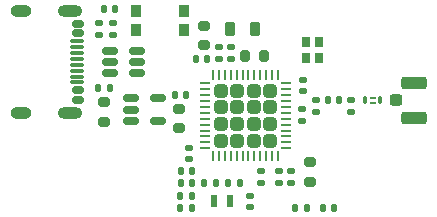
<source format=gbr>
%TF.GenerationSoftware,KiCad,Pcbnew,8.0.1*%
%TF.CreationDate,2024-04-24T20:58:42-04:00*%
%TF.ProjectId,Bluephil,426c7565-7068-4696-9c2e-6b696361645f,rev?*%
%TF.SameCoordinates,PX95ba140PY6dac2c0*%
%TF.FileFunction,Paste,Top*%
%TF.FilePolarity,Positive*%
%FSLAX46Y46*%
G04 Gerber Fmt 4.6, Leading zero omitted, Abs format (unit mm)*
G04 Created by KiCad (PCBNEW 8.0.1) date 2024-04-24 20:58:42*
%MOMM*%
%LPD*%
G01*
G04 APERTURE LIST*
G04 Aperture macros list*
%AMRoundRect*
0 Rectangle with rounded corners*
0 $1 Rounding radius*
0 $2 $3 $4 $5 $6 $7 $8 $9 X,Y pos of 4 corners*
0 Add a 4 corners polygon primitive as box body*
4,1,4,$2,$3,$4,$5,$6,$7,$8,$9,$2,$3,0*
0 Add four circle primitives for the rounded corners*
1,1,$1+$1,$2,$3*
1,1,$1+$1,$4,$5*
1,1,$1+$1,$6,$7*
1,1,$1+$1,$8,$9*
0 Add four rect primitives between the rounded corners*
20,1,$1+$1,$2,$3,$4,$5,0*
20,1,$1+$1,$4,$5,$6,$7,0*
20,1,$1+$1,$6,$7,$8,$9,0*
20,1,$1+$1,$8,$9,$2,$3,0*%
G04 Aperture macros list end*
%ADD10O,1.800000X1.000000*%
%ADD11O,2.100000X1.000000*%
%ADD12RoundRect,0.150000X-0.375000X0.150000X-0.375000X-0.150000X0.375000X-0.150000X0.375000X0.150000X0*%
%ADD13RoundRect,0.075000X-0.500000X0.075000X-0.500000X-0.075000X0.500000X-0.075000X0.500000X0.075000X0*%
%ADD14RoundRect,0.135000X0.185000X-0.135000X0.185000X0.135000X-0.185000X0.135000X-0.185000X-0.135000X0*%
%ADD15RoundRect,0.147500X-0.147500X-0.172500X0.147500X-0.172500X0.147500X0.172500X-0.147500X0.172500X0*%
%ADD16R,0.900000X1.000000*%
%ADD17R,0.800000X0.900000*%
%ADD18R,0.600000X1.100000*%
%ADD19RoundRect,0.250000X0.315000X-0.315000X0.315000X0.315000X-0.315000X0.315000X-0.315000X-0.315000X0*%
%ADD20RoundRect,0.062500X0.062500X-0.375000X0.062500X0.375000X-0.062500X0.375000X-0.062500X-0.375000X0*%
%ADD21RoundRect,0.062500X0.375000X-0.062500X0.375000X0.062500X-0.375000X0.062500X-0.375000X-0.062500X0*%
%ADD22RoundRect,0.150000X-0.512500X-0.150000X0.512500X-0.150000X0.512500X0.150000X-0.512500X0.150000X0*%
%ADD23RoundRect,0.135000X0.135000X0.185000X-0.135000X0.185000X-0.135000X-0.185000X0.135000X-0.185000X0*%
%ADD24RoundRect,0.135000X-0.135000X-0.185000X0.135000X-0.185000X0.135000X0.185000X-0.135000X0.185000X0*%
%ADD25RoundRect,0.218750X-0.218750X-0.381250X0.218750X-0.381250X0.218750X0.381250X-0.218750X0.381250X0*%
%ADD26RoundRect,0.147500X0.172500X-0.147500X0.172500X0.147500X-0.172500X0.147500X-0.172500X-0.147500X0*%
%ADD27RoundRect,0.250000X-0.275000X-0.250000X0.275000X-0.250000X0.275000X0.250000X-0.275000X0.250000X0*%
%ADD28RoundRect,0.250000X-0.850000X-0.275000X0.850000X-0.275000X0.850000X0.275000X-0.850000X0.275000X0*%
%ADD29RoundRect,0.068750X-0.068750X-0.281250X0.068750X-0.281250X0.068750X0.281250X-0.068750X0.281250X0*%
%ADD30RoundRect,0.061250X-0.163750X-0.061250X0.163750X-0.061250X0.163750X0.061250X-0.163750X0.061250X0*%
%ADD31RoundRect,0.140000X0.140000X0.170000X-0.140000X0.170000X-0.140000X-0.170000X0.140000X-0.170000X0*%
%ADD32RoundRect,0.135000X-0.185000X0.135000X-0.185000X-0.135000X0.185000X-0.135000X0.185000X0.135000X0*%
%ADD33RoundRect,0.200000X-0.200000X-0.275000X0.200000X-0.275000X0.200000X0.275000X-0.200000X0.275000X0*%
%ADD34RoundRect,0.140000X-0.170000X0.140000X-0.170000X-0.140000X0.170000X-0.140000X0.170000X0.140000X0*%
%ADD35RoundRect,0.140000X0.170000X-0.140000X0.170000X0.140000X-0.170000X0.140000X-0.170000X-0.140000X0*%
%ADD36RoundRect,0.200000X0.275000X-0.200000X0.275000X0.200000X-0.275000X0.200000X-0.275000X-0.200000X0*%
%ADD37RoundRect,0.200000X-0.275000X0.200000X-0.275000X-0.200000X0.275000X-0.200000X0.275000X0.200000X0*%
G04 APERTURE END LIST*
D10*
%TO.C,J1*%
X2245000Y14688000D03*
D11*
X6425000Y14688000D03*
D10*
X2245000Y23328000D03*
D11*
X6425000Y23328000D03*
D12*
X7050000Y22208000D03*
X7050000Y21408000D03*
D13*
X7000000Y20758000D03*
X7000000Y19758000D03*
X7000000Y18258000D03*
X7000000Y17258000D03*
D12*
X7050000Y16608000D03*
X7050000Y15808000D03*
X7050000Y15808000D03*
X7050000Y16608000D03*
D13*
X7000000Y17758000D03*
X7000000Y18758000D03*
X7000000Y19258000D03*
X7000000Y20258000D03*
D12*
X7050000Y21408000D03*
X7050000Y22208000D03*
%TD*%
D14*
%TO.C,R3*%
X10000000Y21240000D03*
X10000000Y22260000D03*
%TD*%
D15*
%TO.C,D2*%
X9250000Y23500000D03*
X10220000Y23500000D03*
%TD*%
D16*
%TO.C,SW1*%
X11950000Y23300000D03*
X16050000Y23300000D03*
X11950000Y21700000D03*
X16050000Y21700000D03*
%TD*%
D17*
%TO.C,X2*%
X27500000Y19300000D03*
X27500000Y20700000D03*
X26400000Y20700000D03*
X26400000Y19300000D03*
%TD*%
D18*
%TO.C,X1*%
X19950000Y7245000D03*
X18550000Y7245000D03*
%TD*%
D19*
%TO.C,U2*%
X19150000Y12337500D03*
X20550000Y12337500D03*
X21950000Y12337500D03*
X23350000Y12337500D03*
X19150000Y13737500D03*
X20550000Y13737500D03*
X21950000Y13737500D03*
X23350000Y13737500D03*
X19150000Y15137500D03*
X20550000Y15137500D03*
X21950000Y15137500D03*
X23350000Y15137500D03*
X19150000Y16537500D03*
X20550000Y16537500D03*
X21950000Y16537500D03*
X23350000Y16537500D03*
D20*
X18500000Y11000000D03*
X19000000Y11000000D03*
X19500000Y11000000D03*
X20000000Y11000000D03*
X20500000Y11000000D03*
X21000000Y11000000D03*
X21500000Y11000000D03*
X22000000Y11000000D03*
X22500000Y11000000D03*
X23000000Y11000000D03*
X23500000Y11000000D03*
X24000000Y11000000D03*
D21*
X24687500Y11687500D03*
X24687500Y12187500D03*
X24687500Y12687500D03*
X24687500Y13187500D03*
X24687500Y13687500D03*
X24687500Y14187500D03*
X24687500Y14687500D03*
X24687500Y15187500D03*
X24687500Y15687500D03*
X24687500Y16187500D03*
X24687500Y16687500D03*
X24687500Y17187500D03*
D20*
X24000000Y17875000D03*
X23500000Y17875000D03*
X23000000Y17875000D03*
X22500000Y17875000D03*
X22000000Y17875000D03*
X21500000Y17875000D03*
X21000000Y17875000D03*
X20500000Y17875000D03*
X20000000Y17875000D03*
X19500000Y17875000D03*
X19000000Y17875000D03*
X18500000Y17875000D03*
D21*
X17812500Y17187500D03*
X17812500Y16687500D03*
X17812500Y16187500D03*
X17812500Y15687500D03*
X17812500Y15187500D03*
X17812500Y14687500D03*
X17812500Y14187500D03*
X17812500Y13687500D03*
X17812500Y13187500D03*
X17812500Y12687500D03*
X17812500Y12187500D03*
X17812500Y11687500D03*
%TD*%
D22*
%TO.C,D1*%
X9762500Y19950000D03*
X9762500Y19000000D03*
X9762500Y18050000D03*
X12037500Y18050000D03*
X12037500Y19000000D03*
X12037500Y19950000D03*
%TD*%
%TO.C,U1*%
X13850000Y15900000D03*
X13850000Y14000000D03*
X11575000Y14000000D03*
X11575000Y14950000D03*
X11575000Y15900000D03*
%TD*%
D23*
%TO.C,R8*%
X16742500Y7680000D03*
X15722500Y7680000D03*
%TD*%
%TO.C,R7*%
X16740000Y6630000D03*
X15720000Y6630000D03*
%TD*%
D24*
%TO.C,R6*%
X25465000Y6625000D03*
X26485000Y6625000D03*
%TD*%
D14*
%TO.C,R5*%
X25125000Y9785000D03*
X25125000Y8765000D03*
%TD*%
%TO.C,R4*%
X24125000Y9785000D03*
X24125000Y8765000D03*
%TD*%
%TO.C,R2*%
X8820000Y21250000D03*
X8820000Y22270000D03*
%TD*%
D24*
%TO.C,R1*%
X8740000Y16750000D03*
X9760000Y16750000D03*
%TD*%
D15*
%TO.C,L3*%
X28230000Y15750000D03*
X29200000Y15750000D03*
%TD*%
D25*
%TO.C,L2*%
X19937500Y21750000D03*
X22062500Y21750000D03*
%TD*%
D26*
%TO.C,L1*%
X20000000Y19250000D03*
X20000000Y20220000D03*
%TD*%
D27*
%TO.C,J4*%
X33950000Y15750000D03*
D28*
X35475000Y17225000D03*
X35475000Y14275000D03*
%TD*%
D29*
%TO.C,FLT1*%
X31400000Y15750000D03*
D30*
X32012500Y15522500D03*
D29*
X32625000Y15750000D03*
D30*
X32012500Y15977500D03*
%TD*%
D15*
%TO.C,D3*%
X27780000Y6625000D03*
X28750000Y6625000D03*
%TD*%
D31*
%TO.C,C19*%
X16750000Y8750000D03*
X15790000Y8750000D03*
%TD*%
D32*
%TO.C,C18*%
X30200000Y15750000D03*
X30200000Y14730000D03*
%TD*%
%TO.C,C17*%
X27200000Y14750000D03*
X27200000Y15770000D03*
%TD*%
D33*
%TO.C,C16*%
X21175000Y19500000D03*
X22825000Y19500000D03*
%TD*%
D34*
%TO.C,C15*%
X21650000Y7680000D03*
X21650000Y6720000D03*
%TD*%
D23*
%TO.C,C14*%
X18760000Y8745000D03*
X17740000Y8745000D03*
%TD*%
D24*
%TO.C,C13*%
X19740000Y8745000D03*
X20760000Y8745000D03*
%TD*%
D34*
%TO.C,C12*%
X26150000Y17480000D03*
X26150000Y16520000D03*
%TD*%
%TO.C,C11*%
X22550000Y9730000D03*
X22550000Y8770000D03*
%TD*%
D35*
%TO.C,C10*%
X19000000Y19270000D03*
X19000000Y20230000D03*
%TD*%
D31*
%TO.C,C9*%
X16730000Y9750000D03*
X15770000Y9750000D03*
%TD*%
D36*
%TO.C,C8*%
X17750000Y20425000D03*
X17750000Y22075000D03*
%TD*%
D34*
%TO.C,C7*%
X16500000Y11730000D03*
X16500000Y10770000D03*
%TD*%
D31*
%TO.C,C6*%
X16205000Y16200000D03*
X15245000Y16200000D03*
%TD*%
D34*
%TO.C,C5*%
X26000000Y14980000D03*
X26000000Y14020000D03*
%TD*%
D31*
%TO.C,C4*%
X17980000Y19250000D03*
X17020000Y19250000D03*
%TD*%
D37*
%TO.C,C3*%
X15625000Y13375000D03*
X15625000Y15025000D03*
%TD*%
%TO.C,C2*%
X26700000Y10500000D03*
X26700000Y8850000D03*
%TD*%
%TO.C,C1*%
X9300000Y13925000D03*
X9300000Y15575000D03*
%TD*%
M02*

</source>
